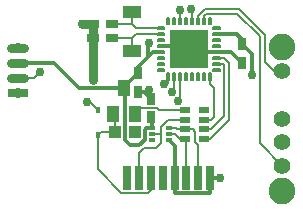
<source format=gbl>
G04 EAGLE Gerber RS-274X export*
G75*
%MOMM*%
%FSLAX34Y34*%
%LPD*%
%INBottom Copper*%
%IPPOS*%
%AMOC8*
5,1,8,0,0,1.08239X$1,22.5*%
G01*
%ADD10R,1.000000X0.800000*%
%ADD11R,0.800000X1.000000*%
%ADD12C,0.150000*%
%ADD13R,3.200000X3.200000*%
%ADD14R,0.900000X0.500000*%
%ADD15R,1.600000X1.100000*%
%ADD16R,0.500000X0.300000*%
%ADD17R,1.780000X0.720000*%
%ADD18C,0.720000*%
%ADD19C,1.408000*%
%ADD20C,2.250000*%
%ADD21R,1.000000X1.100000*%
%ADD22R,1.000000X1.400000*%
%ADD23R,0.800000X2.000000*%
%ADD24R,0.450000X0.590000*%
%ADD25C,0.200000*%
%ADD26C,0.906400*%
%ADD27C,0.180000*%
%ADD28C,0.756400*%
%ADD29C,0.300000*%
%ADD30C,0.800000*%
%ADD31C,0.152400*%


D10*
X453000Y153000D03*
X469000Y153000D03*
D11*
X491000Y124000D03*
X491000Y108000D03*
X579000Y132000D03*
X579000Y148000D03*
X502000Y102000D03*
X502000Y86000D03*
D10*
X469000Y165000D03*
X453000Y165000D03*
D12*
X507750Y125750D02*
X513250Y125750D01*
X507750Y125750D02*
X507750Y127250D01*
X513250Y127250D01*
X513250Y125750D01*
X513250Y127175D02*
X507750Y127175D01*
X507750Y130750D02*
X513250Y130750D01*
X507750Y130750D02*
X507750Y132250D01*
X513250Y132250D01*
X513250Y130750D01*
X513250Y132175D02*
X507750Y132175D01*
X507750Y135750D02*
X513250Y135750D01*
X507750Y135750D02*
X507750Y137250D01*
X513250Y137250D01*
X513250Y135750D01*
X513250Y137175D02*
X507750Y137175D01*
X507750Y140750D02*
X513250Y140750D01*
X507750Y140750D02*
X507750Y142250D01*
X513250Y142250D01*
X513250Y140750D01*
X513250Y142175D02*
X507750Y142175D01*
X507750Y145750D02*
X513250Y145750D01*
X507750Y145750D02*
X507750Y147250D01*
X513250Y147250D01*
X513250Y145750D01*
X513250Y147175D02*
X507750Y147175D01*
X507750Y150750D02*
X513250Y150750D01*
X507750Y150750D02*
X507750Y152250D01*
X513250Y152250D01*
X513250Y150750D01*
X513250Y152175D02*
X507750Y152175D01*
X507750Y155750D02*
X513250Y155750D01*
X507750Y155750D02*
X507750Y157250D01*
X513250Y157250D01*
X513250Y155750D01*
X513250Y157175D02*
X507750Y157175D01*
X507750Y160750D02*
X513250Y160750D01*
X507750Y160750D02*
X507750Y162250D01*
X513250Y162250D01*
X513250Y160750D01*
X513250Y162175D02*
X507750Y162175D01*
X515750Y164750D02*
X517250Y164750D01*
X515750Y164750D02*
X515750Y170250D01*
X517250Y170250D01*
X517250Y164750D01*
X517250Y166175D02*
X515750Y166175D01*
X515750Y167600D02*
X517250Y167600D01*
X517250Y169025D02*
X515750Y169025D01*
X520750Y164750D02*
X522250Y164750D01*
X520750Y164750D02*
X520750Y170250D01*
X522250Y170250D01*
X522250Y164750D01*
X522250Y166175D02*
X520750Y166175D01*
X520750Y167600D02*
X522250Y167600D01*
X522250Y169025D02*
X520750Y169025D01*
X525750Y164750D02*
X527250Y164750D01*
X525750Y164750D02*
X525750Y170250D01*
X527250Y170250D01*
X527250Y164750D01*
X527250Y166175D02*
X525750Y166175D01*
X525750Y167600D02*
X527250Y167600D01*
X527250Y169025D02*
X525750Y169025D01*
X530750Y164750D02*
X532250Y164750D01*
X530750Y164750D02*
X530750Y170250D01*
X532250Y170250D01*
X532250Y164750D01*
X532250Y166175D02*
X530750Y166175D01*
X530750Y167600D02*
X532250Y167600D01*
X532250Y169025D02*
X530750Y169025D01*
X535750Y164750D02*
X537250Y164750D01*
X535750Y164750D02*
X535750Y170250D01*
X537250Y170250D01*
X537250Y164750D01*
X537250Y166175D02*
X535750Y166175D01*
X535750Y167600D02*
X537250Y167600D01*
X537250Y169025D02*
X535750Y169025D01*
X540750Y164750D02*
X542250Y164750D01*
X540750Y164750D02*
X540750Y170250D01*
X542250Y170250D01*
X542250Y164750D01*
X542250Y166175D02*
X540750Y166175D01*
X540750Y167600D02*
X542250Y167600D01*
X542250Y169025D02*
X540750Y169025D01*
X545750Y164750D02*
X547250Y164750D01*
X545750Y164750D02*
X545750Y170250D01*
X547250Y170250D01*
X547250Y164750D01*
X547250Y166175D02*
X545750Y166175D01*
X545750Y167600D02*
X547250Y167600D01*
X547250Y169025D02*
X545750Y169025D01*
X550750Y164750D02*
X552250Y164750D01*
X550750Y164750D02*
X550750Y170250D01*
X552250Y170250D01*
X552250Y164750D01*
X552250Y166175D02*
X550750Y166175D01*
X550750Y167600D02*
X552250Y167600D01*
X552250Y169025D02*
X550750Y169025D01*
X554750Y160750D02*
X560250Y160750D01*
X554750Y160750D02*
X554750Y162250D01*
X560250Y162250D01*
X560250Y160750D01*
X560250Y162175D02*
X554750Y162175D01*
X554750Y155750D02*
X560250Y155750D01*
X554750Y155750D02*
X554750Y157250D01*
X560250Y157250D01*
X560250Y155750D01*
X560250Y157175D02*
X554750Y157175D01*
X554750Y150750D02*
X560250Y150750D01*
X554750Y150750D02*
X554750Y152250D01*
X560250Y152250D01*
X560250Y150750D01*
X560250Y152175D02*
X554750Y152175D01*
X554750Y145750D02*
X560250Y145750D01*
X554750Y145750D02*
X554750Y147250D01*
X560250Y147250D01*
X560250Y145750D01*
X560250Y147175D02*
X554750Y147175D01*
X554750Y140750D02*
X560250Y140750D01*
X554750Y140750D02*
X554750Y142250D01*
X560250Y142250D01*
X560250Y140750D01*
X560250Y142175D02*
X554750Y142175D01*
X554750Y135750D02*
X560250Y135750D01*
X554750Y135750D02*
X554750Y137250D01*
X560250Y137250D01*
X560250Y135750D01*
X560250Y137175D02*
X554750Y137175D01*
X554750Y130750D02*
X560250Y130750D01*
X554750Y130750D02*
X554750Y132250D01*
X560250Y132250D01*
X560250Y130750D01*
X560250Y132175D02*
X554750Y132175D01*
X554750Y125750D02*
X560250Y125750D01*
X554750Y125750D02*
X554750Y127250D01*
X560250Y127250D01*
X560250Y125750D01*
X560250Y127175D02*
X554750Y127175D01*
X552250Y117750D02*
X550750Y117750D01*
X550750Y123250D01*
X552250Y123250D01*
X552250Y117750D01*
X552250Y119175D02*
X550750Y119175D01*
X550750Y120600D02*
X552250Y120600D01*
X552250Y122025D02*
X550750Y122025D01*
X547250Y117750D02*
X545750Y117750D01*
X545750Y123250D01*
X547250Y123250D01*
X547250Y117750D01*
X547250Y119175D02*
X545750Y119175D01*
X545750Y120600D02*
X547250Y120600D01*
X547250Y122025D02*
X545750Y122025D01*
X542250Y117750D02*
X540750Y117750D01*
X540750Y123250D01*
X542250Y123250D01*
X542250Y117750D01*
X542250Y119175D02*
X540750Y119175D01*
X540750Y120600D02*
X542250Y120600D01*
X542250Y122025D02*
X540750Y122025D01*
X537250Y117750D02*
X535750Y117750D01*
X535750Y123250D01*
X537250Y123250D01*
X537250Y117750D01*
X537250Y119175D02*
X535750Y119175D01*
X535750Y120600D02*
X537250Y120600D01*
X537250Y122025D02*
X535750Y122025D01*
X532250Y117750D02*
X530750Y117750D01*
X530750Y123250D01*
X532250Y123250D01*
X532250Y117750D01*
X532250Y119175D02*
X530750Y119175D01*
X530750Y120600D02*
X532250Y120600D01*
X532250Y122025D02*
X530750Y122025D01*
X527250Y117750D02*
X525750Y117750D01*
X525750Y123250D01*
X527250Y123250D01*
X527250Y117750D01*
X527250Y119175D02*
X525750Y119175D01*
X525750Y120600D02*
X527250Y120600D01*
X527250Y122025D02*
X525750Y122025D01*
X522250Y117750D02*
X520750Y117750D01*
X520750Y123250D01*
X522250Y123250D01*
X522250Y117750D01*
X522250Y119175D02*
X520750Y119175D01*
X520750Y120600D02*
X522250Y120600D01*
X522250Y122025D02*
X520750Y122025D01*
X517250Y117750D02*
X515750Y117750D01*
X515750Y123250D01*
X517250Y123250D01*
X517250Y117750D01*
X517250Y119175D02*
X515750Y119175D01*
X515750Y120600D02*
X517250Y120600D01*
X517250Y122025D02*
X515750Y122025D01*
D13*
X534000Y144000D03*
D14*
X531000Y68000D03*
X531000Y76000D03*
X531000Y84000D03*
X531000Y92000D03*
X547000Y92000D03*
X547000Y84000D03*
X547000Y76000D03*
X547000Y68000D03*
D15*
X486000Y175500D03*
X486000Y142500D03*
D16*
X517000Y77000D03*
X517000Y72000D03*
X517000Y67000D03*
X503000Y67000D03*
X503000Y72000D03*
X503000Y77000D03*
D17*
X389000Y107000D03*
D18*
X383700Y119700D02*
X394300Y119700D01*
X394300Y132400D02*
X383700Y132400D01*
X383700Y145100D02*
X394300Y145100D01*
D19*
X613000Y125000D03*
X613000Y85000D03*
X613000Y65000D03*
X613000Y45000D03*
D20*
X613000Y146000D03*
X613000Y24000D03*
D21*
X471500Y74000D03*
X488500Y74000D03*
D22*
X479000Y111000D03*
X469500Y89000D03*
X488500Y89000D03*
D23*
X521750Y35000D03*
X511750Y35000D03*
X501750Y35000D03*
X491750Y35000D03*
X531750Y35000D03*
X541750Y35000D03*
X481750Y35000D03*
X551750Y35000D03*
D24*
X457000Y71450D03*
X457000Y92550D03*
D25*
X517000Y72000D02*
X522000Y72000D01*
X526000Y68000D02*
X531000Y68000D01*
X526000Y68000D02*
X522000Y72000D01*
X531000Y68000D02*
X531750Y67250D01*
X531750Y35000D01*
X471500Y74000D02*
X471500Y87000D01*
X469500Y89000D01*
X501750Y35000D02*
X501750Y24750D01*
X476705Y22476D02*
X457000Y42181D01*
X457000Y71450D01*
X501750Y24750D02*
X499476Y22476D01*
X476705Y22476D01*
X457000Y71450D02*
X459550Y74000D01*
X471500Y74000D01*
X517000Y77000D02*
X523000Y77000D01*
X524000Y76000D02*
X531000Y76000D01*
X524000Y76000D02*
X523000Y77000D01*
X531000Y76000D02*
X537000Y76000D01*
X539000Y74000D01*
X541750Y62681D02*
X541750Y35000D01*
X541750Y62681D02*
X539000Y65431D01*
X539000Y74000D01*
X486000Y165000D02*
X486000Y175500D01*
X486000Y165000D02*
X469000Y165000D01*
X486000Y165000D02*
X489500Y161500D01*
X510500Y161500D01*
X486000Y153000D02*
X486000Y142500D01*
X486000Y153000D02*
X469000Y153000D01*
X486000Y153000D02*
X489500Y156500D01*
X510500Y156500D01*
D26*
X389000Y145000D03*
D27*
X389000Y145100D01*
D25*
X526500Y167500D02*
X526500Y176500D01*
X526000Y177000D01*
D28*
X526000Y177000D03*
D25*
X526500Y120500D02*
X526500Y101500D01*
X525000Y100000D01*
D28*
X525000Y100000D03*
D25*
X521500Y109352D02*
X521500Y120500D01*
X521500Y109352D02*
X519574Y107426D01*
D28*
X519574Y107426D03*
D25*
X516500Y115500D02*
X516500Y120500D01*
X515000Y114000D02*
X513000Y114000D01*
D28*
X513000Y114000D03*
D25*
X515000Y114000D02*
X516500Y115500D01*
D28*
X407688Y124700D03*
D25*
X402688Y119700D01*
X389000Y119700D01*
X536500Y167500D02*
X536500Y177500D01*
X536000Y178000D01*
D28*
X536000Y178000D03*
D29*
X534000Y146500D02*
X510500Y146500D01*
D25*
X534000Y146500D02*
X534000Y145000D01*
X534000Y144000D02*
X534000Y141500D01*
D28*
X534000Y145000D03*
D25*
X534000Y144000D01*
D26*
X389000Y107000D03*
D28*
X560000Y35000D03*
D29*
X521750Y62250D02*
X517000Y67000D01*
X521750Y62250D02*
X521750Y35000D01*
X521750Y21660D01*
X551750Y21660D02*
X551750Y35000D01*
X551750Y21660D02*
X521750Y21660D01*
X551750Y35000D02*
X560000Y35000D01*
X496000Y108000D02*
X491000Y108000D01*
X496000Y108000D02*
X502000Y102000D01*
X499000Y108000D02*
X496000Y108000D01*
X499000Y108000D02*
X500000Y109000D01*
D28*
X500000Y109000D03*
D29*
X557500Y141500D02*
X569500Y141500D01*
X579000Y132000D01*
X557500Y141500D02*
X536500Y141500D01*
X534000Y144000D01*
D25*
X457000Y92550D02*
X450550Y99000D01*
X448000Y99000D01*
D28*
X448000Y99000D03*
D30*
X453000Y153000D02*
X453000Y165000D01*
X453000Y153000D02*
X453000Y118000D01*
D28*
X453000Y118000D03*
D30*
X453000Y165000D02*
X443000Y165000D01*
D28*
X443000Y165000D03*
D25*
X547254Y178048D02*
X575952Y178048D01*
X541500Y172294D02*
X541500Y167500D01*
X541500Y172294D02*
X547254Y178048D01*
X575952Y178048D02*
X598000Y156000D01*
X598000Y133000D01*
X606000Y125000D01*
X613000Y125000D01*
X548206Y174000D02*
X546500Y172294D01*
X546500Y167500D01*
X575000Y174000D02*
X594000Y155000D01*
X575000Y174000D02*
X548206Y174000D01*
X594000Y64000D02*
X613000Y45000D01*
X594000Y64000D02*
X594000Y155000D01*
D31*
X503000Y85000D02*
X502000Y86000D01*
D29*
X503000Y85000D02*
X503000Y77000D01*
X498000Y77000D01*
X496524Y75524D01*
X496524Y67247D01*
X492000Y62723D01*
X484277Y62723D01*
X480000Y67000D01*
X480000Y110000D02*
X479000Y111000D01*
X480000Y110000D02*
X480000Y67000D01*
X479000Y111000D02*
X479000Y112000D01*
X491000Y124000D01*
X503500Y141500D02*
X510500Y141500D01*
X491000Y129000D02*
X491000Y124000D01*
X491000Y129000D02*
X499000Y137000D01*
X503500Y141500D01*
X499000Y137000D02*
X499000Y148000D01*
X500000Y149000D01*
D28*
X500000Y149000D03*
D29*
X579000Y148000D02*
X579000Y152000D01*
X574500Y156500D01*
X557500Y156500D01*
X579000Y148000D02*
X587000Y140000D01*
X587000Y122000D01*
D28*
X587000Y122000D03*
D29*
X419600Y132400D02*
X389000Y132400D01*
X441000Y111000D02*
X479000Y111000D01*
X441000Y111000D02*
X419600Y132400D01*
D25*
X547000Y84000D02*
X553000Y84000D01*
X555000Y86000D02*
X555000Y111000D01*
X555000Y86000D02*
X553000Y84000D01*
X551500Y114500D02*
X551500Y120500D01*
X551500Y114500D02*
X555000Y111000D01*
X568000Y84000D02*
X552000Y68000D01*
X568000Y84000D02*
X568000Y132000D01*
X563500Y136500D01*
X557500Y136500D01*
X552000Y68000D02*
X547000Y68000D01*
X547000Y76000D02*
X553000Y76000D01*
X564000Y87000D01*
X564000Y131016D01*
X563508Y131508D01*
X557508Y131508D01*
X557500Y131500D01*
X493500Y94000D02*
X488500Y89000D01*
X506570Y94000D02*
X508570Y92000D01*
X531000Y92000D01*
X506570Y94000D02*
X493500Y94000D01*
X491750Y55750D02*
X491750Y35000D01*
X491750Y55750D02*
X496000Y60000D01*
X506000Y60000D01*
X510000Y64000D01*
X510000Y77570D02*
X516431Y84000D01*
X531000Y84000D01*
X510000Y77570D02*
X510000Y72000D01*
X510000Y64000D01*
X510000Y72000D02*
X503000Y72000D01*
M02*

</source>
